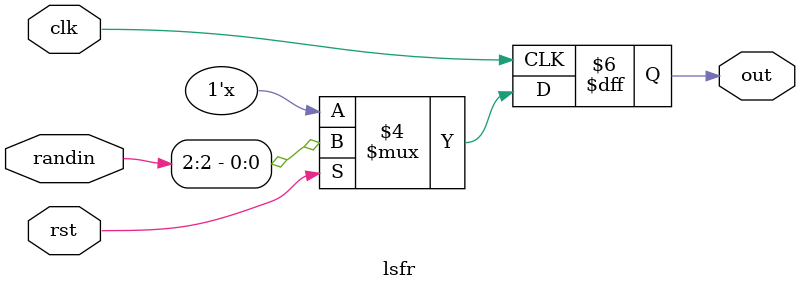
<source format=v>
module lsfr(randin, clk, rst, out);
    input [0:2] randin;
    input clk, rst;
    output out;

    always @(posedge clk) begin
        if(rst) 
            out <= randin;
        else 
            out <= {out[2], out[0] ^ out[2], out[1]};
    end
endmodule


</source>
